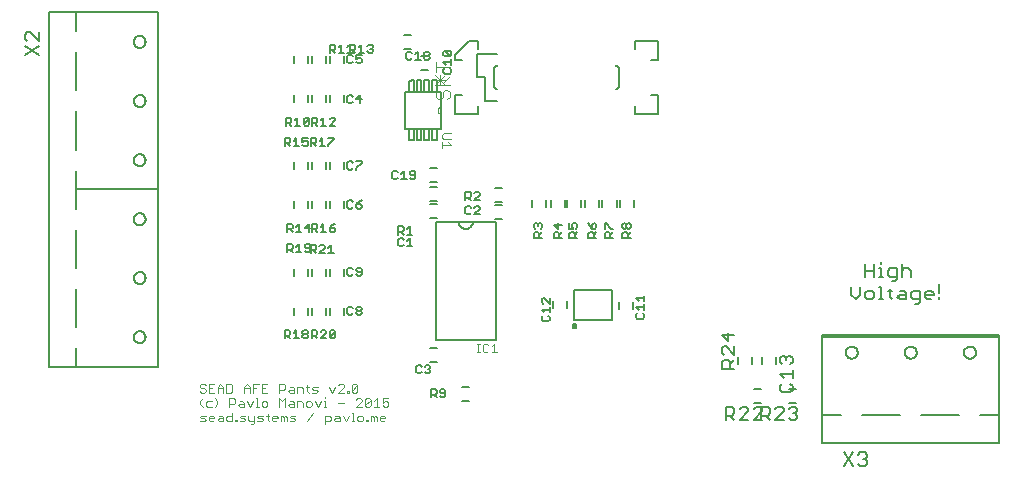
<source format=gto>
G75*
%MOIN*%
%OFA0B0*%
%FSLAX24Y24*%
%IPPOS*%
%LPD*%
%AMOC8*
5,1,8,0,0,1.08239X$1,22.5*
%
%ADD10C,0.0030*%
%ADD11C,0.0080*%
%ADD12C,0.0060*%
%ADD13C,0.0050*%
%ADD14C,0.0000*%
%ADD15C,0.0020*%
%ADD16C,0.0040*%
%ADD17C,0.0070*%
D10*
X006147Y001810D02*
X006292Y001810D01*
X006341Y001858D01*
X006292Y001906D01*
X006196Y001906D01*
X006147Y001955D01*
X006196Y002003D01*
X006341Y002003D01*
X006442Y001955D02*
X006490Y002003D01*
X006587Y002003D01*
X006635Y001955D01*
X006635Y001906D01*
X006442Y001906D01*
X006442Y001858D02*
X006442Y001955D01*
X006442Y001858D02*
X006490Y001810D01*
X006587Y001810D01*
X006737Y001858D02*
X006785Y001906D01*
X006930Y001906D01*
X006930Y001955D02*
X006930Y001810D01*
X006785Y001810D01*
X006737Y001858D01*
X006785Y002003D02*
X006882Y002003D01*
X006930Y001955D01*
X007031Y001955D02*
X007031Y001858D01*
X007080Y001810D01*
X007225Y001810D01*
X007225Y002100D01*
X007225Y002003D02*
X007080Y002003D01*
X007031Y001955D01*
X007326Y001858D02*
X007374Y001858D01*
X007374Y001810D01*
X007326Y001810D01*
X007326Y001858D01*
X007473Y001810D02*
X007618Y001810D01*
X007667Y001858D01*
X007618Y001906D01*
X007522Y001906D01*
X007473Y001955D01*
X007522Y002003D01*
X007667Y002003D01*
X007768Y002003D02*
X007768Y001858D01*
X007816Y001810D01*
X007961Y001810D01*
X007961Y001761D02*
X007913Y001713D01*
X007865Y001713D01*
X007961Y001761D02*
X007961Y002003D01*
X008062Y001955D02*
X008111Y001906D01*
X008208Y001906D01*
X008256Y001858D01*
X008208Y001810D01*
X008062Y001810D01*
X008062Y001955D02*
X008111Y002003D01*
X008256Y002003D01*
X008357Y002003D02*
X008454Y002003D01*
X008406Y002051D02*
X008406Y001858D01*
X008454Y001810D01*
X008554Y001858D02*
X008554Y001955D01*
X008602Y002003D01*
X008699Y002003D01*
X008747Y001955D01*
X008747Y001906D01*
X008554Y001906D01*
X008554Y001858D02*
X008602Y001810D01*
X008699Y001810D01*
X008848Y001810D02*
X008848Y002003D01*
X008897Y002003D01*
X008945Y001955D01*
X008993Y002003D01*
X009042Y001955D01*
X009042Y001810D01*
X008945Y001810D02*
X008945Y001955D01*
X009143Y001955D02*
X009191Y001906D01*
X009288Y001906D01*
X009336Y001858D01*
X009288Y001810D01*
X009143Y001810D01*
X009143Y001955D02*
X009191Y002003D01*
X009336Y002003D01*
X009732Y001810D02*
X009926Y002100D01*
X009828Y002290D02*
X009877Y002338D01*
X009877Y002435D01*
X009828Y002483D01*
X009731Y002483D01*
X009683Y002435D01*
X009683Y002338D01*
X009731Y002290D01*
X009828Y002290D01*
X009978Y002483D02*
X010074Y002290D01*
X010171Y002483D01*
X010272Y002483D02*
X010321Y002483D01*
X010321Y002290D01*
X010369Y002290D02*
X010272Y002290D01*
X010321Y002003D02*
X010467Y002003D01*
X010515Y001955D01*
X010515Y001858D01*
X010467Y001810D01*
X010321Y001810D01*
X010321Y001713D02*
X010321Y002003D01*
X010616Y001858D02*
X010665Y001906D01*
X010810Y001906D01*
X010810Y001955D02*
X010810Y001810D01*
X010665Y001810D01*
X010616Y001858D01*
X010665Y002003D02*
X010761Y002003D01*
X010810Y001955D01*
X010911Y002003D02*
X011008Y001810D01*
X011104Y002003D01*
X011205Y002100D02*
X011254Y002100D01*
X011254Y001810D01*
X011302Y001810D02*
X011205Y001810D01*
X011402Y001858D02*
X011402Y001955D01*
X011450Y002003D01*
X011547Y002003D01*
X011595Y001955D01*
X011595Y001858D01*
X011547Y001810D01*
X011450Y001810D01*
X011402Y001858D01*
X011697Y001858D02*
X011745Y001858D01*
X011745Y001810D01*
X011697Y001810D01*
X011697Y001858D01*
X011844Y001810D02*
X011844Y002003D01*
X011892Y002003D01*
X011941Y001955D01*
X011989Y002003D01*
X012037Y001955D01*
X012037Y001810D01*
X011941Y001810D02*
X011941Y001955D01*
X012139Y001955D02*
X012139Y001858D01*
X012187Y001810D01*
X012284Y001810D01*
X012332Y001906D02*
X012139Y001906D01*
X012139Y001955D02*
X012187Y002003D01*
X012284Y002003D01*
X012332Y001955D01*
X012332Y001906D01*
X012285Y002290D02*
X012237Y002338D01*
X012285Y002290D02*
X012382Y002290D01*
X012430Y002338D01*
X012430Y002435D01*
X012382Y002483D01*
X012333Y002483D01*
X012237Y002435D01*
X012237Y002580D01*
X012430Y002580D01*
X012039Y002580D02*
X012039Y002290D01*
X011942Y002290D02*
X012136Y002290D01*
X011942Y002483D02*
X012039Y002580D01*
X011841Y002531D02*
X011647Y002338D01*
X011696Y002290D01*
X011793Y002290D01*
X011841Y002338D01*
X011841Y002531D01*
X011793Y002580D01*
X011696Y002580D01*
X011647Y002531D01*
X011647Y002338D01*
X011546Y002290D02*
X011353Y002290D01*
X011546Y002483D01*
X011546Y002531D01*
X011498Y002580D01*
X011401Y002580D01*
X011353Y002531D01*
X011351Y002770D02*
X011254Y002770D01*
X011205Y002818D01*
X011399Y003011D01*
X011399Y002818D01*
X011351Y002770D01*
X011205Y002818D02*
X011205Y003011D01*
X011254Y003060D01*
X011351Y003060D01*
X011399Y003011D01*
X011106Y002818D02*
X011106Y002770D01*
X011058Y002770D01*
X011058Y002818D01*
X011106Y002818D01*
X010957Y002770D02*
X010763Y002770D01*
X010957Y002963D01*
X010957Y003011D01*
X010909Y003060D01*
X010812Y003060D01*
X010763Y003011D01*
X010662Y002963D02*
X010566Y002770D01*
X010469Y002963D01*
X010073Y002963D02*
X009928Y002963D01*
X009880Y002915D01*
X009928Y002866D01*
X010025Y002866D01*
X010073Y002818D01*
X010025Y002770D01*
X009880Y002770D01*
X009780Y002770D02*
X009731Y002818D01*
X009731Y003011D01*
X009683Y002963D02*
X009780Y002963D01*
X009582Y002915D02*
X009582Y002770D01*
X009582Y002915D02*
X009534Y002963D01*
X009388Y002963D01*
X009388Y002770D01*
X009287Y002770D02*
X009287Y002915D01*
X009239Y002963D01*
X009142Y002963D01*
X009142Y002866D02*
X009287Y002866D01*
X009287Y002770D02*
X009142Y002770D01*
X009094Y002818D01*
X009142Y002866D01*
X008993Y002915D02*
X008944Y002866D01*
X008799Y002866D01*
X008799Y002770D02*
X008799Y003060D01*
X008944Y003060D01*
X008993Y003011D01*
X008993Y002915D01*
X008993Y002580D02*
X008993Y002290D01*
X009094Y002338D02*
X009142Y002386D01*
X009287Y002386D01*
X009287Y002435D02*
X009287Y002290D01*
X009142Y002290D01*
X009094Y002338D01*
X009142Y002483D02*
X009239Y002483D01*
X009287Y002435D01*
X009388Y002483D02*
X009388Y002290D01*
X009388Y002483D02*
X009534Y002483D01*
X009582Y002435D01*
X009582Y002290D01*
X008993Y002580D02*
X008896Y002483D01*
X008799Y002580D01*
X008799Y002290D01*
X008403Y002338D02*
X008403Y002435D01*
X008355Y002483D01*
X008258Y002483D01*
X008210Y002435D01*
X008210Y002338D01*
X008258Y002290D01*
X008355Y002290D01*
X008403Y002338D01*
X008110Y002290D02*
X008013Y002290D01*
X008062Y002290D02*
X008062Y002580D01*
X008013Y002580D01*
X007912Y002483D02*
X007815Y002290D01*
X007719Y002483D01*
X007618Y002435D02*
X007618Y002290D01*
X007472Y002290D01*
X007424Y002338D01*
X007472Y002386D01*
X007618Y002386D01*
X007618Y002435D02*
X007569Y002483D01*
X007472Y002483D01*
X007323Y002435D02*
X007275Y002386D01*
X007129Y002386D01*
X007129Y002290D02*
X007129Y002580D01*
X007275Y002580D01*
X007323Y002531D01*
X007323Y002435D01*
X006735Y002483D02*
X006735Y002386D01*
X006638Y002290D01*
X006537Y002290D02*
X006392Y002290D01*
X006344Y002338D01*
X006344Y002435D01*
X006392Y002483D01*
X006537Y002483D01*
X006638Y002580D02*
X006735Y002483D01*
X006737Y002770D02*
X006737Y002963D01*
X006833Y003060D01*
X006930Y002963D01*
X006930Y002770D01*
X007031Y002770D02*
X007176Y002770D01*
X007225Y002818D01*
X007225Y003011D01*
X007176Y003060D01*
X007031Y003060D01*
X007031Y002770D01*
X006930Y002915D02*
X006737Y002915D01*
X006635Y003060D02*
X006442Y003060D01*
X006442Y002770D01*
X006635Y002770D01*
X006539Y002915D02*
X006442Y002915D01*
X006341Y002866D02*
X006341Y002818D01*
X006292Y002770D01*
X006196Y002770D01*
X006147Y002818D01*
X006196Y002915D02*
X006292Y002915D01*
X006341Y002866D01*
X006341Y003011D02*
X006292Y003060D01*
X006196Y003060D01*
X006147Y003011D01*
X006147Y002963D01*
X006196Y002915D01*
X006244Y002580D02*
X006147Y002483D01*
X006147Y002386D01*
X006244Y002290D01*
X007621Y002770D02*
X007621Y002963D01*
X007717Y003060D01*
X007814Y002963D01*
X007814Y002770D01*
X007915Y002770D02*
X007915Y003060D01*
X008109Y003060D01*
X008210Y003060D02*
X008210Y002770D01*
X008403Y002770D01*
X008307Y002915D02*
X008210Y002915D01*
X008210Y003060D02*
X008403Y003060D01*
X008012Y002915D02*
X007915Y002915D01*
X007814Y002915D02*
X007621Y002915D01*
X010321Y002628D02*
X010321Y002580D01*
X010763Y002435D02*
X010957Y002435D01*
X015379Y004113D02*
X015476Y004113D01*
X015428Y004113D02*
X015428Y004403D01*
X015476Y004403D02*
X015379Y004403D01*
X015576Y004355D02*
X015576Y004161D01*
X015624Y004113D01*
X015721Y004113D01*
X015769Y004161D01*
X015871Y004113D02*
X016064Y004113D01*
X015967Y004113D02*
X015967Y004403D01*
X015871Y004307D01*
X015769Y004355D02*
X015721Y004403D01*
X015624Y004403D01*
X015576Y004355D01*
X014312Y013036D02*
X013998Y013350D01*
X014312Y013036D01*
X014155Y013036D02*
X014155Y013350D01*
X014155Y013036D01*
X013998Y013036D02*
X014312Y013350D01*
X013998Y013036D01*
X013998Y013193D02*
X014312Y013193D01*
X013998Y013193D01*
D11*
X014643Y012687D02*
X014879Y012687D01*
X014643Y012687D02*
X014643Y012057D01*
X015430Y012057D01*
X015430Y012332D01*
X015667Y012490D02*
X015667Y013277D01*
X015371Y013277D01*
X015371Y014065D01*
X016060Y014065D01*
X015430Y014222D02*
X015430Y014498D01*
X015125Y014498D01*
X014643Y014015D01*
X014643Y013868D01*
X014879Y013868D01*
X015962Y013573D02*
X015962Y012982D01*
X015963Y012965D01*
X015968Y012948D01*
X015975Y012933D01*
X015985Y012919D01*
X015997Y012907D01*
X016011Y012897D01*
X016026Y012890D01*
X016043Y012885D01*
X016060Y012884D01*
X016060Y012490D02*
X015667Y012490D01*
X015962Y013573D02*
X015963Y013590D01*
X015968Y013607D01*
X015975Y013622D01*
X015985Y013636D01*
X015997Y013648D01*
X016011Y013658D01*
X016026Y013665D01*
X016043Y013670D01*
X016060Y013671D01*
X020007Y013671D02*
X020024Y013670D01*
X020041Y013665D01*
X020056Y013658D01*
X020070Y013648D01*
X020082Y013636D01*
X020092Y013622D01*
X020099Y013607D01*
X020104Y013590D01*
X020105Y013573D01*
X020106Y013573D02*
X020106Y012982D01*
X020105Y012982D02*
X020104Y012965D01*
X020099Y012948D01*
X020092Y012933D01*
X020082Y012919D01*
X020070Y012907D01*
X020056Y012897D01*
X020041Y012890D01*
X020024Y012885D01*
X020007Y012884D01*
X020637Y012332D02*
X020637Y012057D01*
X021425Y012057D01*
X021425Y012687D01*
X021188Y012687D01*
X021188Y013868D02*
X021425Y013868D01*
X021425Y014498D01*
X020637Y014498D01*
X020637Y014222D01*
X016013Y008454D02*
X014007Y008454D01*
X014007Y004518D01*
X016013Y004518D01*
X016013Y008454D01*
X015246Y008454D02*
X015244Y008424D01*
X015239Y008395D01*
X015229Y008367D01*
X015217Y008340D01*
X015201Y008315D01*
X015182Y008292D01*
X015160Y008272D01*
X015136Y008255D01*
X015110Y008240D01*
X015083Y008230D01*
X015054Y008222D01*
X015025Y008218D01*
X014995Y008218D01*
X014966Y008222D01*
X014937Y008230D01*
X014910Y008240D01*
X014884Y008255D01*
X014860Y008272D01*
X014838Y008292D01*
X014819Y008315D01*
X014803Y008340D01*
X014791Y008367D01*
X014781Y008395D01*
X014776Y008424D01*
X014774Y008454D01*
X023548Y004699D02*
X023758Y004489D01*
X023758Y004769D01*
X023968Y004699D02*
X023548Y004699D01*
X023618Y004309D02*
X023548Y004239D01*
X023548Y004099D01*
X023618Y004029D01*
X023618Y003849D02*
X023758Y003849D01*
X023828Y003779D01*
X023828Y003568D01*
X023968Y003568D02*
X023548Y003568D01*
X023548Y003779D01*
X023618Y003849D01*
X023828Y003709D02*
X023968Y003849D01*
X023968Y004029D02*
X023688Y004309D01*
X023618Y004309D01*
X023968Y004309D02*
X023968Y004029D01*
X025485Y003918D02*
X025485Y003778D01*
X025555Y003708D01*
X025695Y003848D02*
X025695Y003918D01*
X025765Y003988D01*
X025835Y003988D01*
X025905Y003918D01*
X025905Y003778D01*
X025835Y003708D01*
X025905Y003528D02*
X025905Y003248D01*
X025905Y003388D02*
X025485Y003388D01*
X025625Y003248D01*
X025555Y003067D02*
X025485Y002997D01*
X025485Y002857D01*
X025555Y002787D01*
X025835Y002787D01*
X025905Y002857D01*
X025905Y002997D01*
X025835Y003067D01*
X025857Y002283D02*
X025998Y002283D01*
X026068Y002213D01*
X026068Y002143D01*
X025998Y002073D01*
X025928Y002073D01*
X025998Y002073D02*
X026068Y002002D01*
X026068Y001932D01*
X025998Y001862D01*
X025857Y001862D01*
X025787Y001932D01*
X025607Y001862D02*
X025327Y001862D01*
X025607Y002143D01*
X025607Y002213D01*
X025537Y002283D01*
X025397Y002283D01*
X025327Y002213D01*
X025147Y002213D02*
X025147Y002073D01*
X025077Y002002D01*
X024867Y002002D01*
X024867Y001862D02*
X024867Y002283D01*
X025077Y002283D01*
X025147Y002213D01*
X025007Y002002D02*
X025147Y001862D01*
X024887Y001862D02*
X024606Y001862D01*
X024887Y002143D01*
X024887Y002213D01*
X024816Y002283D01*
X024676Y002283D01*
X024606Y002213D01*
X024426Y002213D02*
X024356Y002283D01*
X024216Y002283D01*
X024146Y002213D01*
X023966Y002213D02*
X023966Y002073D01*
X023896Y002002D01*
X023686Y002002D01*
X023826Y002002D02*
X023966Y001862D01*
X024146Y001862D02*
X024426Y002143D01*
X024426Y002213D01*
X024426Y001862D02*
X024146Y001862D01*
X023686Y001862D02*
X023686Y002283D01*
X023896Y002283D01*
X023966Y002213D01*
X025787Y002213D02*
X025857Y002283D01*
X025695Y003918D02*
X025625Y003988D01*
X025555Y003988D01*
X025485Y003918D01*
D12*
X025357Y003947D02*
X025357Y003710D01*
X024884Y003710D02*
X024884Y003947D01*
X024569Y003947D02*
X024569Y003710D01*
X024097Y003710D02*
X024097Y003947D01*
X024609Y002884D02*
X024845Y002884D01*
X024845Y002411D02*
X024609Y002411D01*
X025790Y002411D02*
X026026Y002411D01*
X026026Y002884D02*
X025790Y002884D01*
X026896Y002020D02*
X026896Y004620D01*
X026896Y004700D01*
X032796Y004700D01*
X032796Y004620D01*
X032796Y002020D01*
X032796Y001080D01*
X026896Y001080D01*
X026896Y002020D01*
X027526Y002020D01*
X028226Y002020D02*
X029496Y002020D01*
X030196Y002020D02*
X031466Y002020D01*
X032166Y002020D02*
X032796Y002020D01*
X031616Y004100D02*
X031618Y004128D01*
X031624Y004155D01*
X031633Y004181D01*
X031646Y004206D01*
X031663Y004229D01*
X031682Y004249D01*
X031704Y004266D01*
X031728Y004280D01*
X031754Y004290D01*
X031781Y004297D01*
X031809Y004300D01*
X031837Y004299D01*
X031864Y004294D01*
X031891Y004285D01*
X031916Y004273D01*
X031939Y004258D01*
X031960Y004239D01*
X031978Y004218D01*
X031993Y004194D01*
X032004Y004168D01*
X032012Y004142D01*
X032016Y004114D01*
X032016Y004086D01*
X032012Y004058D01*
X032004Y004032D01*
X031993Y004006D01*
X031978Y003982D01*
X031960Y003961D01*
X031939Y003942D01*
X031916Y003927D01*
X031891Y003915D01*
X031864Y003906D01*
X031837Y003901D01*
X031809Y003900D01*
X031781Y003903D01*
X031754Y003910D01*
X031728Y003920D01*
X031704Y003934D01*
X031682Y003951D01*
X031663Y003971D01*
X031646Y003994D01*
X031633Y004019D01*
X031624Y004045D01*
X031618Y004072D01*
X031616Y004100D01*
X032796Y004620D02*
X026896Y004620D01*
X027676Y004100D02*
X027678Y004128D01*
X027684Y004155D01*
X027693Y004181D01*
X027706Y004206D01*
X027723Y004229D01*
X027742Y004249D01*
X027764Y004266D01*
X027788Y004280D01*
X027814Y004290D01*
X027841Y004297D01*
X027869Y004300D01*
X027897Y004299D01*
X027924Y004294D01*
X027951Y004285D01*
X027976Y004273D01*
X027999Y004258D01*
X028020Y004239D01*
X028038Y004218D01*
X028053Y004194D01*
X028064Y004168D01*
X028072Y004142D01*
X028076Y004114D01*
X028076Y004086D01*
X028072Y004058D01*
X028064Y004032D01*
X028053Y004006D01*
X028038Y003982D01*
X028020Y003961D01*
X027999Y003942D01*
X027976Y003927D01*
X027951Y003915D01*
X027924Y003906D01*
X027897Y003901D01*
X027869Y003900D01*
X027841Y003903D01*
X027814Y003910D01*
X027788Y003920D01*
X027764Y003934D01*
X027742Y003951D01*
X027723Y003971D01*
X027706Y003994D01*
X027693Y004019D01*
X027684Y004045D01*
X027678Y004072D01*
X027676Y004100D01*
X029646Y004100D02*
X029648Y004128D01*
X029654Y004155D01*
X029663Y004181D01*
X029676Y004206D01*
X029693Y004229D01*
X029712Y004249D01*
X029734Y004266D01*
X029758Y004280D01*
X029784Y004290D01*
X029811Y004297D01*
X029839Y004300D01*
X029867Y004299D01*
X029894Y004294D01*
X029921Y004285D01*
X029946Y004273D01*
X029969Y004258D01*
X029990Y004239D01*
X030008Y004218D01*
X030023Y004194D01*
X030034Y004168D01*
X030042Y004142D01*
X030046Y004114D01*
X030046Y004086D01*
X030042Y004058D01*
X030034Y004032D01*
X030023Y004006D01*
X030008Y003982D01*
X029990Y003961D01*
X029969Y003942D01*
X029946Y003927D01*
X029921Y003915D01*
X029894Y003906D01*
X029867Y003901D01*
X029839Y003900D01*
X029811Y003903D01*
X029784Y003910D01*
X029758Y003920D01*
X029734Y003934D01*
X029712Y003951D01*
X029693Y003971D01*
X029676Y003994D01*
X029663Y004019D01*
X029654Y004045D01*
X029648Y004072D01*
X029646Y004100D01*
X020593Y005554D02*
X020593Y005791D01*
X020120Y005791D02*
X020120Y005554D01*
X018385Y005577D02*
X018385Y005814D01*
X017912Y005814D02*
X017912Y005577D01*
X014057Y004261D02*
X013821Y004261D01*
X013821Y003789D02*
X014057Y003789D01*
X014884Y002962D02*
X015120Y002962D01*
X015120Y002490D02*
X014884Y002490D01*
X010947Y005364D02*
X010947Y005600D01*
X010475Y005600D02*
X010475Y005364D01*
X010357Y005364D02*
X010357Y005600D01*
X009884Y005600D02*
X009884Y005364D01*
X009766Y005364D02*
X009766Y005600D01*
X009294Y005600D02*
X009294Y005364D01*
X009294Y006663D02*
X009294Y006899D01*
X009766Y006899D02*
X009766Y006663D01*
X009884Y006663D02*
X009884Y006899D01*
X010357Y006899D02*
X010357Y006663D01*
X010475Y006663D02*
X010475Y006899D01*
X010947Y006899D02*
X010947Y006663D01*
X013821Y008592D02*
X014057Y008592D01*
X014057Y009065D02*
X013821Y009065D01*
X013821Y009143D02*
X014057Y009143D01*
X014057Y009616D02*
X013821Y009616D01*
X013821Y009773D02*
X014057Y009773D01*
X014057Y010246D02*
X013821Y010246D01*
X013795Y011175D02*
X013635Y011175D01*
X013635Y011565D01*
X013795Y011565D01*
X013795Y011175D01*
X013885Y011175D02*
X014045Y011175D01*
X014045Y011565D01*
X013885Y011565D01*
X013885Y011175D01*
X013535Y011175D02*
X013535Y011565D01*
X013375Y011565D01*
X013375Y011175D01*
X013535Y011175D01*
X013285Y011175D02*
X013285Y011565D01*
X013125Y011565D01*
X013125Y011175D01*
X013285Y011175D01*
X012975Y011565D02*
X014195Y011565D01*
X014195Y012055D01*
X014195Y012295D01*
X014195Y012785D01*
X012975Y012785D01*
X012975Y011565D01*
X010947Y012450D02*
X010947Y012687D01*
X010475Y012687D02*
X010475Y012450D01*
X010357Y012450D02*
X010357Y012687D01*
X009884Y012687D02*
X009884Y012450D01*
X009766Y012450D02*
X009766Y012687D01*
X009294Y012687D02*
X009294Y012450D01*
X009294Y013750D02*
X009294Y013986D01*
X009766Y013986D02*
X009766Y013750D01*
X009884Y013750D02*
X009884Y013986D01*
X010357Y013986D02*
X010357Y013750D01*
X010475Y013750D02*
X010475Y013986D01*
X010947Y013986D02*
X010947Y013750D01*
X012955Y014222D02*
X013191Y014222D01*
X013506Y013986D02*
X013742Y013986D01*
X013742Y013513D02*
X013506Y013513D01*
X013535Y013175D02*
X013375Y013175D01*
X013375Y012785D01*
X013535Y012785D01*
X013535Y013175D01*
X013635Y013175D02*
X013635Y012785D01*
X013795Y012785D01*
X013795Y013175D01*
X013635Y013175D01*
X013885Y013175D02*
X013885Y012785D01*
X014045Y012785D01*
X014045Y013175D01*
X013885Y013175D01*
X013285Y013175D02*
X013285Y012785D01*
X013125Y012785D01*
X013125Y013165D01*
X013285Y013175D01*
X013191Y014695D02*
X012955Y014695D01*
X004740Y015438D02*
X004740Y009538D01*
X002020Y009538D01*
X002020Y008899D01*
X002020Y009538D02*
X002020Y010168D01*
X002020Y010868D02*
X002020Y012138D01*
X002020Y012838D02*
X002020Y014108D01*
X002020Y014808D02*
X002020Y015438D01*
X004740Y015438D01*
X003940Y014458D02*
X003942Y014486D01*
X003948Y014513D01*
X003957Y014539D01*
X003970Y014564D01*
X003987Y014587D01*
X004006Y014607D01*
X004028Y014624D01*
X004052Y014638D01*
X004078Y014648D01*
X004105Y014655D01*
X004133Y014658D01*
X004161Y014657D01*
X004188Y014652D01*
X004215Y014643D01*
X004240Y014631D01*
X004263Y014616D01*
X004284Y014597D01*
X004302Y014576D01*
X004317Y014552D01*
X004328Y014526D01*
X004336Y014500D01*
X004340Y014472D01*
X004340Y014444D01*
X004336Y014416D01*
X004328Y014390D01*
X004317Y014364D01*
X004302Y014340D01*
X004284Y014319D01*
X004263Y014300D01*
X004240Y014285D01*
X004215Y014273D01*
X004188Y014264D01*
X004161Y014259D01*
X004133Y014258D01*
X004105Y014261D01*
X004078Y014268D01*
X004052Y014278D01*
X004028Y014292D01*
X004006Y014309D01*
X003987Y014329D01*
X003970Y014352D01*
X003957Y014377D01*
X003948Y014403D01*
X003942Y014430D01*
X003940Y014458D01*
X002020Y015438D02*
X001120Y015438D01*
X001120Y003628D01*
X002020Y003628D01*
X002020Y004258D01*
X002020Y003628D02*
X004740Y003628D01*
X004740Y009538D01*
X003940Y010518D02*
X003942Y010546D01*
X003948Y010573D01*
X003957Y010599D01*
X003970Y010624D01*
X003987Y010647D01*
X004006Y010667D01*
X004028Y010684D01*
X004052Y010698D01*
X004078Y010708D01*
X004105Y010715D01*
X004133Y010718D01*
X004161Y010717D01*
X004188Y010712D01*
X004215Y010703D01*
X004240Y010691D01*
X004263Y010676D01*
X004284Y010657D01*
X004302Y010636D01*
X004317Y010612D01*
X004328Y010586D01*
X004336Y010560D01*
X004340Y010532D01*
X004340Y010504D01*
X004336Y010476D01*
X004328Y010450D01*
X004317Y010424D01*
X004302Y010400D01*
X004284Y010379D01*
X004263Y010360D01*
X004240Y010345D01*
X004215Y010333D01*
X004188Y010324D01*
X004161Y010319D01*
X004133Y010318D01*
X004105Y010321D01*
X004078Y010328D01*
X004052Y010338D01*
X004028Y010352D01*
X004006Y010369D01*
X003987Y010389D01*
X003970Y010412D01*
X003957Y010437D01*
X003948Y010463D01*
X003942Y010490D01*
X003940Y010518D01*
X003940Y008548D02*
X003942Y008576D01*
X003948Y008603D01*
X003957Y008629D01*
X003970Y008654D01*
X003987Y008677D01*
X004006Y008697D01*
X004028Y008714D01*
X004052Y008728D01*
X004078Y008738D01*
X004105Y008745D01*
X004133Y008748D01*
X004161Y008747D01*
X004188Y008742D01*
X004215Y008733D01*
X004240Y008721D01*
X004263Y008706D01*
X004284Y008687D01*
X004302Y008666D01*
X004317Y008642D01*
X004328Y008616D01*
X004336Y008590D01*
X004340Y008562D01*
X004340Y008534D01*
X004336Y008506D01*
X004328Y008480D01*
X004317Y008454D01*
X004302Y008430D01*
X004284Y008409D01*
X004263Y008390D01*
X004240Y008375D01*
X004215Y008363D01*
X004188Y008354D01*
X004161Y008349D01*
X004133Y008348D01*
X004105Y008351D01*
X004078Y008358D01*
X004052Y008368D01*
X004028Y008382D01*
X004006Y008399D01*
X003987Y008419D01*
X003970Y008442D01*
X003957Y008467D01*
X003948Y008493D01*
X003942Y008520D01*
X003940Y008548D01*
X002020Y008199D02*
X002020Y006928D01*
X002020Y006228D02*
X002020Y004958D01*
X003940Y004618D02*
X003942Y004646D01*
X003948Y004673D01*
X003957Y004699D01*
X003970Y004724D01*
X003987Y004747D01*
X004006Y004767D01*
X004028Y004784D01*
X004052Y004798D01*
X004078Y004808D01*
X004105Y004815D01*
X004133Y004818D01*
X004161Y004817D01*
X004188Y004812D01*
X004215Y004803D01*
X004240Y004791D01*
X004263Y004776D01*
X004284Y004757D01*
X004302Y004736D01*
X004317Y004712D01*
X004328Y004686D01*
X004336Y004660D01*
X004340Y004632D01*
X004340Y004604D01*
X004336Y004576D01*
X004328Y004550D01*
X004317Y004524D01*
X004302Y004500D01*
X004284Y004479D01*
X004263Y004460D01*
X004240Y004445D01*
X004215Y004433D01*
X004188Y004424D01*
X004161Y004419D01*
X004133Y004418D01*
X004105Y004421D01*
X004078Y004428D01*
X004052Y004438D01*
X004028Y004452D01*
X004006Y004469D01*
X003987Y004489D01*
X003970Y004512D01*
X003957Y004537D01*
X003948Y004563D01*
X003942Y004590D01*
X003940Y004618D01*
X003940Y006588D02*
X003942Y006616D01*
X003948Y006643D01*
X003957Y006669D01*
X003970Y006694D01*
X003987Y006717D01*
X004006Y006737D01*
X004028Y006754D01*
X004052Y006768D01*
X004078Y006778D01*
X004105Y006785D01*
X004133Y006788D01*
X004161Y006787D01*
X004188Y006782D01*
X004215Y006773D01*
X004240Y006761D01*
X004263Y006746D01*
X004284Y006727D01*
X004302Y006706D01*
X004317Y006682D01*
X004328Y006656D01*
X004336Y006630D01*
X004340Y006602D01*
X004340Y006574D01*
X004336Y006546D01*
X004328Y006520D01*
X004317Y006494D01*
X004302Y006470D01*
X004284Y006449D01*
X004263Y006430D01*
X004240Y006415D01*
X004215Y006403D01*
X004188Y006394D01*
X004161Y006389D01*
X004133Y006388D01*
X004105Y006391D01*
X004078Y006398D01*
X004052Y006408D01*
X004028Y006422D01*
X004006Y006439D01*
X003987Y006459D01*
X003970Y006482D01*
X003957Y006507D01*
X003948Y006533D01*
X003942Y006560D01*
X003940Y006588D01*
X009294Y008907D02*
X009294Y009143D01*
X009766Y009143D02*
X009766Y008907D01*
X009884Y008907D02*
X009884Y009143D01*
X010357Y009143D02*
X010357Y008907D01*
X010475Y008907D02*
X010475Y009143D01*
X010947Y009143D02*
X010947Y008907D01*
X010947Y010206D02*
X010947Y010443D01*
X010475Y010443D02*
X010475Y010206D01*
X010357Y010206D02*
X010357Y010443D01*
X009884Y010443D02*
X009884Y010206D01*
X009766Y010206D02*
X009766Y010443D01*
X009294Y010443D02*
X009294Y010206D01*
X003940Y012488D02*
X003942Y012516D01*
X003948Y012543D01*
X003957Y012569D01*
X003970Y012594D01*
X003987Y012617D01*
X004006Y012637D01*
X004028Y012654D01*
X004052Y012668D01*
X004078Y012678D01*
X004105Y012685D01*
X004133Y012688D01*
X004161Y012687D01*
X004188Y012682D01*
X004215Y012673D01*
X004240Y012661D01*
X004263Y012646D01*
X004284Y012627D01*
X004302Y012606D01*
X004317Y012582D01*
X004328Y012556D01*
X004336Y012530D01*
X004340Y012502D01*
X004340Y012474D01*
X004336Y012446D01*
X004328Y012420D01*
X004317Y012394D01*
X004302Y012370D01*
X004284Y012349D01*
X004263Y012330D01*
X004240Y012315D01*
X004215Y012303D01*
X004188Y012294D01*
X004161Y012289D01*
X004133Y012288D01*
X004105Y012291D01*
X004078Y012298D01*
X004052Y012308D01*
X004028Y012322D01*
X004006Y012339D01*
X003987Y012359D01*
X003970Y012382D01*
X003957Y012407D01*
X003948Y012433D01*
X003942Y012460D01*
X003940Y012488D01*
X015987Y009576D02*
X016223Y009576D01*
X016223Y009104D02*
X015987Y009104D01*
X015987Y009025D02*
X016223Y009025D01*
X016223Y008553D02*
X015987Y008553D01*
X017207Y008947D02*
X017207Y009183D01*
X017679Y009183D02*
X017679Y008947D01*
X017837Y008947D02*
X017837Y009183D01*
X018309Y009183D02*
X018309Y008947D01*
X018388Y008947D02*
X018388Y009183D01*
X018861Y009183D02*
X018861Y008947D01*
X018979Y008947D02*
X018979Y009183D01*
X019451Y009183D02*
X019451Y008947D01*
X019569Y008947D02*
X019569Y009183D01*
X020042Y009183D02*
X020042Y008947D01*
X020160Y008947D02*
X020160Y009183D01*
X020632Y009183D02*
X020632Y008947D01*
D13*
X020459Y008409D02*
X020504Y008364D01*
X020504Y008274D01*
X020459Y008229D01*
X020414Y008229D01*
X020369Y008274D01*
X020369Y008364D01*
X020414Y008409D01*
X020459Y008409D01*
X020369Y008364D02*
X020324Y008409D01*
X020279Y008409D01*
X020234Y008364D01*
X020234Y008274D01*
X020279Y008229D01*
X020324Y008229D01*
X020369Y008274D01*
X020369Y008114D02*
X020279Y008114D01*
X020234Y008069D01*
X020234Y007934D01*
X020504Y007934D01*
X020414Y007934D02*
X020414Y008069D01*
X020369Y008114D01*
X020414Y008024D02*
X020504Y008114D01*
X019914Y008114D02*
X019824Y008024D01*
X019824Y008069D02*
X019824Y007934D01*
X019914Y007934D02*
X019643Y007934D01*
X019643Y008069D01*
X019688Y008114D01*
X019779Y008114D01*
X019824Y008069D01*
X019869Y008229D02*
X019914Y008229D01*
X019869Y008229D02*
X019688Y008409D01*
X019643Y008409D01*
X019643Y008229D01*
X019362Y008274D02*
X019362Y008364D01*
X019317Y008409D01*
X019272Y008409D01*
X019227Y008364D01*
X019227Y008229D01*
X019317Y008229D01*
X019362Y008274D01*
X019227Y008229D02*
X019137Y008319D01*
X019092Y008409D01*
X018733Y008364D02*
X018733Y008274D01*
X018687Y008229D01*
X018597Y008229D02*
X018552Y008319D01*
X018552Y008364D01*
X018597Y008409D01*
X018687Y008409D01*
X018733Y008364D01*
X018597Y008229D02*
X018462Y008229D01*
X018462Y008409D01*
X018221Y008364D02*
X017950Y008364D01*
X018086Y008229D01*
X018086Y008409D01*
X018086Y008114D02*
X018131Y008069D01*
X018131Y007934D01*
X018221Y007934D02*
X017950Y007934D01*
X017950Y008069D01*
X017996Y008114D01*
X018086Y008114D01*
X018131Y008024D02*
X018221Y008114D01*
X018462Y008069D02*
X018462Y007934D01*
X018733Y007934D01*
X018642Y007934D02*
X018642Y008069D01*
X018597Y008114D01*
X018507Y008114D01*
X018462Y008069D01*
X018642Y008024D02*
X018733Y008114D01*
X019092Y008069D02*
X019092Y007934D01*
X019362Y007934D01*
X019272Y007934D02*
X019272Y008069D01*
X019227Y008114D01*
X019137Y008114D01*
X019092Y008069D01*
X019272Y008024D02*
X019362Y008114D01*
X017551Y008114D02*
X017461Y008024D01*
X017461Y008069D02*
X017461Y007934D01*
X017551Y007934D02*
X017281Y007934D01*
X017281Y008069D01*
X017326Y008114D01*
X017416Y008114D01*
X017461Y008069D01*
X017506Y008229D02*
X017551Y008274D01*
X017551Y008364D01*
X017506Y008409D01*
X017461Y008409D01*
X017416Y008364D01*
X017416Y008319D01*
X017416Y008364D02*
X017371Y008409D01*
X017326Y008409D01*
X017281Y008364D01*
X017281Y008274D01*
X017326Y008229D01*
X015478Y008706D02*
X015298Y008706D01*
X015478Y008886D01*
X015478Y008931D01*
X015433Y008976D01*
X015343Y008976D01*
X015298Y008931D01*
X015183Y008931D02*
X015138Y008976D01*
X015048Y008976D01*
X015003Y008931D01*
X015003Y008751D01*
X015048Y008706D01*
X015138Y008706D01*
X015183Y008751D01*
X015183Y009178D02*
X015093Y009269D01*
X015138Y009269D02*
X015003Y009269D01*
X015003Y009178D02*
X015003Y009449D01*
X015138Y009449D01*
X015183Y009404D01*
X015183Y009314D01*
X015138Y009269D01*
X015298Y009178D02*
X015478Y009359D01*
X015478Y009404D01*
X015433Y009449D01*
X015343Y009449D01*
X015298Y009404D01*
X015298Y009178D02*
X015478Y009178D01*
X013331Y009932D02*
X013331Y010112D01*
X013286Y010157D01*
X013196Y010157D01*
X013151Y010112D01*
X013151Y010067D01*
X013196Y010022D01*
X013331Y010022D01*
X013331Y009932D02*
X013286Y009887D01*
X013196Y009887D01*
X013151Y009932D01*
X013037Y009887D02*
X012857Y009887D01*
X012947Y009887D02*
X012947Y010157D01*
X012857Y010067D01*
X012742Y010112D02*
X012697Y010157D01*
X012607Y010157D01*
X012562Y010112D01*
X012562Y009932D01*
X012607Y009887D01*
X012697Y009887D01*
X012742Y009932D01*
X011541Y010427D02*
X011361Y010247D01*
X011361Y010202D01*
X011246Y010247D02*
X011201Y010202D01*
X011111Y010202D01*
X011066Y010247D01*
X011066Y010427D01*
X011111Y010472D01*
X011201Y010472D01*
X011246Y010427D01*
X011361Y010472D02*
X011541Y010472D01*
X011541Y010427D01*
X010435Y010989D02*
X010435Y011034D01*
X010615Y011215D01*
X010615Y011260D01*
X010435Y011260D01*
X010230Y011260D02*
X010230Y010989D01*
X010140Y010989D02*
X010320Y010989D01*
X010026Y010989D02*
X009935Y011080D01*
X009981Y011080D02*
X009845Y011080D01*
X009845Y010989D02*
X009845Y011260D01*
X009981Y011260D01*
X010026Y011215D01*
X010026Y011125D01*
X009981Y011080D01*
X010140Y011170D02*
X010230Y011260D01*
X009749Y011260D02*
X009569Y011260D01*
X009569Y011125D01*
X009659Y011170D01*
X009704Y011170D01*
X009749Y011125D01*
X009749Y011034D01*
X009704Y010989D01*
X009614Y010989D01*
X009569Y011034D01*
X009454Y010989D02*
X009274Y010989D01*
X009364Y010989D02*
X009364Y011260D01*
X009274Y011170D01*
X009159Y011215D02*
X009159Y011125D01*
X009114Y011080D01*
X008979Y011080D01*
X009069Y011080D02*
X009159Y010989D01*
X008979Y010989D02*
X008979Y011260D01*
X009114Y011260D01*
X009159Y011215D01*
X009199Y011659D02*
X009109Y011749D01*
X009154Y011749D02*
X009019Y011749D01*
X009019Y011659D02*
X009019Y011929D01*
X009154Y011929D01*
X009199Y011884D01*
X009199Y011794D01*
X009154Y011749D01*
X009313Y011839D02*
X009403Y011929D01*
X009403Y011659D01*
X009313Y011659D02*
X009493Y011659D01*
X009608Y011704D02*
X009788Y011884D01*
X009788Y011704D01*
X009743Y011659D01*
X009653Y011659D01*
X009608Y011704D01*
X009608Y011884D01*
X009653Y011929D01*
X009743Y011929D01*
X009788Y011884D01*
X009885Y011929D02*
X010020Y011929D01*
X010065Y011884D01*
X010065Y011794D01*
X010020Y011749D01*
X009885Y011749D01*
X009975Y011749D02*
X010065Y011659D01*
X010179Y011659D02*
X010360Y011659D01*
X010269Y011659D02*
X010269Y011929D01*
X010179Y011839D01*
X010474Y011884D02*
X010519Y011929D01*
X010609Y011929D01*
X010654Y011884D01*
X010654Y011839D01*
X010474Y011659D01*
X010654Y011659D01*
X009885Y011659D02*
X009885Y011929D01*
X011066Y012452D02*
X011111Y012407D01*
X011201Y012407D01*
X011246Y012452D01*
X011361Y012542D02*
X011496Y012677D01*
X011496Y012407D01*
X011541Y012542D02*
X011361Y012542D01*
X011246Y012632D02*
X011201Y012677D01*
X011111Y012677D01*
X011066Y012632D01*
X011066Y012452D01*
X011111Y013745D02*
X011201Y013745D01*
X011246Y013790D01*
X011361Y013790D02*
X011406Y013745D01*
X011496Y013745D01*
X011541Y013790D01*
X011541Y013880D01*
X011496Y013926D01*
X011451Y013926D01*
X011361Y013880D01*
X011361Y014016D01*
X011541Y014016D01*
X011531Y014094D02*
X011531Y014364D01*
X011441Y014274D01*
X011326Y014229D02*
X011281Y014184D01*
X011146Y014184D01*
X011155Y014100D02*
X011155Y014370D01*
X011065Y014280D01*
X011146Y014364D02*
X011146Y014094D01*
X011065Y014100D02*
X011245Y014100D01*
X011326Y014094D02*
X011236Y014184D01*
X011326Y014229D02*
X011326Y014319D01*
X011281Y014364D01*
X011146Y014364D01*
X010860Y014370D02*
X010770Y014280D01*
X010655Y014325D02*
X010655Y014235D01*
X010610Y014190D01*
X010475Y014190D01*
X010475Y014100D02*
X010475Y014370D01*
X010610Y014370D01*
X010655Y014325D01*
X010565Y014190D02*
X010655Y014100D01*
X010770Y014100D02*
X010950Y014100D01*
X010860Y014100D02*
X010860Y014370D01*
X011441Y014094D02*
X011621Y014094D01*
X011736Y014139D02*
X011781Y014094D01*
X011871Y014094D01*
X011916Y014139D01*
X011916Y014184D01*
X011871Y014229D01*
X011826Y014229D01*
X011871Y014229D02*
X011916Y014274D01*
X011916Y014319D01*
X011871Y014364D01*
X011781Y014364D01*
X011736Y014319D01*
X011246Y013971D02*
X011201Y014016D01*
X011111Y014016D01*
X011066Y013971D01*
X011066Y013790D01*
X011111Y013745D01*
X013034Y013909D02*
X013079Y013863D01*
X013169Y013863D01*
X013215Y013909D01*
X013329Y013863D02*
X013509Y013863D01*
X013419Y013863D02*
X013419Y014134D01*
X013329Y014044D01*
X013215Y014089D02*
X013169Y014134D01*
X013079Y014134D01*
X013034Y014089D01*
X013034Y013909D01*
X013624Y013909D02*
X013624Y013954D01*
X013669Y013999D01*
X013759Y013999D01*
X013804Y013954D01*
X013804Y013909D01*
X013759Y013863D01*
X013669Y013863D01*
X013624Y013909D01*
X013669Y013999D02*
X013624Y014044D01*
X013624Y014089D01*
X013669Y014134D01*
X013759Y014134D01*
X013804Y014089D01*
X013804Y014044D01*
X013759Y013999D01*
X014264Y014030D02*
X014264Y014120D01*
X014309Y014165D01*
X014489Y013985D01*
X014534Y014030D01*
X014534Y014120D01*
X014489Y014165D01*
X014309Y014165D01*
X014264Y014030D02*
X014309Y013985D01*
X014489Y013985D01*
X014534Y013871D02*
X014534Y013691D01*
X014534Y013781D02*
X014264Y013781D01*
X014354Y013691D01*
X014309Y013576D02*
X014264Y013531D01*
X014264Y013441D01*
X014309Y013396D01*
X014489Y013396D01*
X014534Y013441D01*
X014534Y013531D01*
X014489Y013576D01*
X011541Y009173D02*
X011451Y009128D01*
X011361Y009038D01*
X011496Y009038D01*
X011541Y008993D01*
X011541Y008948D01*
X011496Y008903D01*
X011406Y008903D01*
X011361Y008948D01*
X011361Y009038D01*
X011246Y009128D02*
X011201Y009173D01*
X011111Y009173D01*
X011066Y009128D01*
X011066Y008948D01*
X011111Y008903D01*
X011201Y008903D01*
X011246Y008948D01*
X010654Y008386D02*
X010564Y008341D01*
X010474Y008251D01*
X010609Y008251D01*
X010654Y008206D01*
X010654Y008160D01*
X010609Y008115D01*
X010519Y008115D01*
X010474Y008160D01*
X010474Y008251D01*
X010360Y008115D02*
X010179Y008115D01*
X010269Y008115D02*
X010269Y008386D01*
X010179Y008296D01*
X010065Y008341D02*
X010065Y008251D01*
X010020Y008206D01*
X009885Y008206D01*
X009827Y008251D02*
X009647Y008251D01*
X009782Y008386D01*
X009782Y008115D01*
X009885Y008115D02*
X009885Y008386D01*
X010020Y008386D01*
X010065Y008341D01*
X009975Y008206D02*
X010065Y008115D01*
X009972Y007691D02*
X010017Y007646D01*
X010017Y007556D01*
X009972Y007511D01*
X009837Y007511D01*
X009827Y007491D02*
X009827Y007671D01*
X009782Y007716D01*
X009692Y007716D01*
X009647Y007671D01*
X009647Y007626D01*
X009692Y007581D01*
X009827Y007581D01*
X009827Y007491D02*
X009782Y007446D01*
X009692Y007446D01*
X009647Y007491D01*
X009533Y007446D02*
X009353Y007446D01*
X009443Y007446D02*
X009443Y007716D01*
X009353Y007626D01*
X009238Y007671D02*
X009238Y007581D01*
X009193Y007536D01*
X009058Y007536D01*
X009058Y007446D02*
X009058Y007716D01*
X009193Y007716D01*
X009238Y007671D01*
X009148Y007536D02*
X009238Y007446D01*
X009837Y007421D02*
X009837Y007691D01*
X009972Y007691D01*
X010132Y007646D02*
X010177Y007691D01*
X010267Y007691D01*
X010312Y007646D01*
X010312Y007601D01*
X010132Y007421D01*
X010312Y007421D01*
X010426Y007421D02*
X010606Y007421D01*
X010516Y007421D02*
X010516Y007691D01*
X010426Y007601D01*
X010017Y007421D02*
X009927Y007511D01*
X009533Y008115D02*
X009353Y008115D01*
X009443Y008115D02*
X009443Y008386D01*
X009353Y008296D01*
X009238Y008341D02*
X009238Y008251D01*
X009193Y008206D01*
X009058Y008206D01*
X009148Y008206D02*
X009238Y008115D01*
X009058Y008115D02*
X009058Y008386D01*
X009193Y008386D01*
X009238Y008341D01*
X011066Y006884D02*
X011066Y006704D01*
X011111Y006659D01*
X011201Y006659D01*
X011246Y006704D01*
X011361Y006704D02*
X011406Y006659D01*
X011496Y006659D01*
X011541Y006704D01*
X011541Y006884D01*
X011496Y006929D01*
X011406Y006929D01*
X011361Y006884D01*
X011361Y006839D01*
X011406Y006794D01*
X011541Y006794D01*
X011246Y006884D02*
X011201Y006929D01*
X011111Y006929D01*
X011066Y006884D01*
X012759Y007688D02*
X012804Y007643D01*
X012894Y007643D01*
X012939Y007688D01*
X013053Y007643D02*
X013234Y007643D01*
X013144Y007643D02*
X013144Y007913D01*
X013053Y007823D01*
X012939Y007868D02*
X012894Y007913D01*
X012804Y007913D01*
X012759Y007868D01*
X012759Y007688D01*
X012759Y008037D02*
X012759Y008307D01*
X012894Y008307D01*
X012939Y008262D01*
X012939Y008172D01*
X012894Y008127D01*
X012759Y008127D01*
X012849Y008127D02*
X012939Y008037D01*
X013053Y008037D02*
X013234Y008037D01*
X013144Y008037D02*
X013144Y008307D01*
X013053Y008217D01*
X017538Y005871D02*
X017583Y005916D01*
X017628Y005916D01*
X017808Y005736D01*
X017808Y005916D01*
X017538Y005871D02*
X017538Y005781D01*
X017583Y005736D01*
X017538Y005531D02*
X017808Y005531D01*
X017808Y005441D02*
X017808Y005621D01*
X017628Y005441D02*
X017538Y005531D01*
X017583Y005327D02*
X017538Y005282D01*
X017538Y005192D01*
X017583Y005147D01*
X017763Y005147D01*
X017808Y005192D01*
X017808Y005282D01*
X017763Y005327D01*
X018583Y005054D02*
X018583Y004936D01*
X018623Y004936D01*
X018662Y004936D01*
X018662Y005015D01*
X018701Y005054D02*
X018701Y004936D01*
X018662Y004936D01*
X018623Y004936D02*
X018623Y005054D01*
X018701Y005054D01*
X018623Y005054D02*
X018583Y005054D01*
X018623Y005172D02*
X018623Y006196D01*
X019882Y006196D01*
X019882Y005172D01*
X018623Y005172D01*
X020686Y005279D02*
X020731Y005234D01*
X020911Y005234D01*
X020956Y005279D01*
X020956Y005369D01*
X020911Y005414D01*
X020956Y005528D02*
X020956Y005708D01*
X020956Y005618D02*
X020686Y005618D01*
X020776Y005528D01*
X020731Y005414D02*
X020686Y005369D01*
X020686Y005279D01*
X020776Y005823D02*
X020686Y005913D01*
X020956Y005913D01*
X020956Y005823D02*
X020956Y006003D01*
X014336Y002829D02*
X014291Y002874D01*
X014201Y002874D01*
X014156Y002829D01*
X014156Y002784D01*
X014201Y002739D01*
X014336Y002739D01*
X014336Y002649D02*
X014336Y002829D01*
X014336Y002649D02*
X014291Y002604D01*
X014201Y002604D01*
X014156Y002649D01*
X014041Y002604D02*
X013951Y002694D01*
X013996Y002694D02*
X013861Y002694D01*
X013861Y002604D02*
X013861Y002874D01*
X013996Y002874D01*
X014041Y002829D01*
X014041Y002739D01*
X013996Y002694D01*
X013790Y003405D02*
X013700Y003405D01*
X013655Y003450D01*
X013540Y003450D02*
X013495Y003405D01*
X013405Y003405D01*
X013360Y003450D01*
X013360Y003630D01*
X013405Y003676D01*
X013495Y003676D01*
X013540Y003630D01*
X013655Y003630D02*
X013700Y003676D01*
X013790Y003676D01*
X013835Y003630D01*
X013835Y003585D01*
X013790Y003540D01*
X013835Y003495D01*
X013835Y003450D01*
X013790Y003405D01*
X013790Y003540D02*
X013745Y003540D01*
X010654Y004617D02*
X010609Y004572D01*
X010519Y004572D01*
X010474Y004617D01*
X010654Y004797D01*
X010654Y004617D01*
X010474Y004617D02*
X010474Y004797D01*
X010519Y004842D01*
X010609Y004842D01*
X010654Y004797D01*
X010360Y004797D02*
X010315Y004842D01*
X010224Y004842D01*
X010179Y004797D01*
X010065Y004797D02*
X010065Y004707D01*
X010020Y004662D01*
X009885Y004662D01*
X009975Y004662D02*
X010065Y004572D01*
X010179Y004572D02*
X010360Y004752D01*
X010360Y004797D01*
X010065Y004797D02*
X010020Y004842D01*
X009885Y004842D01*
X009885Y004572D01*
X009749Y004617D02*
X009704Y004572D01*
X009614Y004572D01*
X009569Y004617D01*
X009569Y004662D01*
X009614Y004707D01*
X009704Y004707D01*
X009749Y004662D01*
X009749Y004617D01*
X009704Y004707D02*
X009749Y004752D01*
X009749Y004797D01*
X009704Y004842D01*
X009614Y004842D01*
X009569Y004797D01*
X009569Y004752D01*
X009614Y004707D01*
X009454Y004572D02*
X009274Y004572D01*
X009364Y004572D02*
X009364Y004842D01*
X009274Y004752D01*
X009159Y004707D02*
X009114Y004662D01*
X008979Y004662D01*
X008979Y004572D02*
X008979Y004842D01*
X009114Y004842D01*
X009159Y004797D01*
X009159Y004707D01*
X009069Y004662D02*
X009159Y004572D01*
X010179Y004572D02*
X010360Y004572D01*
X011111Y005360D02*
X011201Y005360D01*
X011246Y005405D01*
X011361Y005405D02*
X011361Y005450D01*
X011406Y005495D01*
X011496Y005495D01*
X011541Y005450D01*
X011541Y005405D01*
X011496Y005360D01*
X011406Y005360D01*
X011361Y005405D01*
X011406Y005495D02*
X011361Y005540D01*
X011361Y005585D01*
X011406Y005630D01*
X011496Y005630D01*
X011541Y005585D01*
X011541Y005540D01*
X011496Y005495D01*
X011246Y005585D02*
X011201Y005630D01*
X011111Y005630D01*
X011066Y005585D01*
X011066Y005405D01*
X011111Y005360D01*
X027631Y000775D02*
X027932Y000325D01*
X028092Y000400D02*
X028167Y000325D01*
X028317Y000325D01*
X028392Y000400D01*
X028392Y000475D01*
X028317Y000550D01*
X028242Y000550D01*
X028317Y000550D02*
X028392Y000625D01*
X028392Y000700D01*
X028317Y000775D01*
X028167Y000775D01*
X028092Y000700D01*
X027932Y000775D02*
X027631Y000325D01*
X000775Y014013D02*
X000325Y014313D01*
X000400Y014473D02*
X000325Y014548D01*
X000325Y014698D01*
X000400Y014773D01*
X000475Y014773D01*
X000775Y014473D01*
X000775Y014773D01*
X000775Y014313D02*
X000325Y014013D01*
D14*
X012975Y012785D02*
X012975Y011565D01*
X014195Y011565D01*
X014195Y012055D01*
X014195Y012295D01*
X014195Y012785D01*
X012975Y012785D01*
X013125Y012785D02*
X013125Y013165D01*
X013285Y013175D01*
X013285Y012785D01*
X013125Y012785D01*
X013375Y012785D02*
X013375Y013175D01*
X013535Y013175D01*
X013535Y012785D01*
X013375Y012785D01*
X013635Y012785D02*
X013635Y013175D01*
X013795Y013175D01*
X013795Y012785D01*
X013635Y012785D01*
X013885Y012785D02*
X013885Y013175D01*
X014045Y013175D01*
X014045Y012785D01*
X013885Y012785D01*
X014195Y012295D02*
X014174Y012293D01*
X014154Y012288D01*
X014135Y012279D01*
X014118Y012267D01*
X014103Y012252D01*
X014091Y012235D01*
X014082Y012216D01*
X014077Y012196D01*
X014075Y012175D01*
X014077Y012154D01*
X014082Y012134D01*
X014091Y012115D01*
X014103Y012098D01*
X014118Y012083D01*
X014135Y012071D01*
X014154Y012062D01*
X014174Y012057D01*
X014195Y012055D01*
X014174Y012057D01*
X014154Y012062D01*
X014135Y012071D01*
X014118Y012083D01*
X014103Y012098D01*
X014091Y012115D01*
X014082Y012134D01*
X014077Y012154D01*
X014075Y012175D01*
X014077Y012196D01*
X014082Y012216D01*
X014091Y012235D01*
X014103Y012252D01*
X014118Y012267D01*
X014135Y012279D01*
X014154Y012288D01*
X014174Y012293D01*
X014195Y012295D01*
X014045Y011565D02*
X013885Y011565D01*
X013885Y011175D01*
X014045Y011175D01*
X014045Y011565D01*
X013795Y011565D02*
X013795Y011175D01*
X013635Y011175D01*
X013635Y011565D01*
X013795Y011565D01*
X013535Y011565D02*
X013535Y011175D01*
X013375Y011175D01*
X013375Y011565D01*
X013535Y011565D01*
X013285Y011565D02*
X013285Y011175D01*
X013125Y011175D01*
X013125Y011565D01*
X013285Y011565D01*
D15*
X014227Y011355D02*
X014227Y011255D01*
X014277Y011205D01*
X014527Y011205D01*
X014427Y011110D02*
X014527Y011010D01*
X014227Y011010D01*
X014227Y011110D02*
X014227Y010910D01*
X014227Y011355D02*
X014277Y011405D01*
X014527Y011405D01*
D16*
X014394Y012549D02*
X014470Y012626D01*
X014470Y012779D01*
X014394Y012856D01*
X014317Y012856D01*
X014240Y012779D01*
X014240Y012626D01*
X014164Y012549D01*
X014087Y012549D01*
X014010Y012626D01*
X014010Y012779D01*
X014087Y012856D01*
X014010Y013010D02*
X014470Y013010D01*
X014317Y013010D02*
X014010Y013317D01*
X014010Y013470D02*
X014010Y013777D01*
X014010Y013623D02*
X014470Y013623D01*
X014470Y013317D02*
X014240Y013086D01*
D17*
X027864Y006302D02*
X027864Y006015D01*
X028008Y005871D01*
X028151Y006015D01*
X028151Y006302D01*
X028324Y006086D02*
X028324Y005943D01*
X028396Y005871D01*
X028540Y005871D01*
X028611Y005943D01*
X028611Y006086D01*
X028540Y006158D01*
X028396Y006158D01*
X028324Y006086D01*
X028785Y006302D02*
X028857Y006302D01*
X028857Y005871D01*
X028928Y005871D02*
X028785Y005871D01*
X029163Y005943D02*
X029235Y005871D01*
X029163Y005943D02*
X029163Y006230D01*
X029092Y006158D02*
X029235Y006158D01*
X029470Y006158D02*
X029614Y006158D01*
X029686Y006086D01*
X029686Y005871D01*
X029470Y005871D01*
X029399Y005943D01*
X029470Y006015D01*
X029686Y006015D01*
X029859Y006086D02*
X029859Y005943D01*
X029931Y005871D01*
X030146Y005871D01*
X030146Y005800D02*
X030146Y006158D01*
X029931Y006158D01*
X029859Y006086D01*
X030146Y005800D02*
X030074Y005728D01*
X030003Y005728D01*
X030319Y005943D02*
X030391Y005871D01*
X030535Y005871D01*
X030606Y006015D02*
X030319Y006015D01*
X030319Y006086D02*
X030319Y005943D01*
X030319Y006086D02*
X030391Y006158D01*
X030535Y006158D01*
X030606Y006086D01*
X030606Y006015D01*
X030780Y006086D02*
X030780Y006373D01*
X030780Y005943D02*
X030780Y005871D01*
X029379Y006550D02*
X029307Y006478D01*
X029235Y006478D01*
X029163Y006621D02*
X029379Y006621D01*
X029379Y006550D02*
X029379Y006908D01*
X029163Y006908D01*
X029092Y006836D01*
X029092Y006693D01*
X029163Y006621D01*
X028928Y006621D02*
X028785Y006621D01*
X028857Y006621D02*
X028857Y006908D01*
X028785Y006908D01*
X028857Y007052D02*
X028857Y007123D01*
X028611Y007052D02*
X028611Y006621D01*
X028611Y006836D02*
X028324Y006836D01*
X028324Y006621D02*
X028324Y007052D01*
X029552Y007052D02*
X029552Y006621D01*
X029552Y006836D02*
X029624Y006908D01*
X029767Y006908D01*
X029839Y006836D01*
X029839Y006621D01*
M02*

</source>
